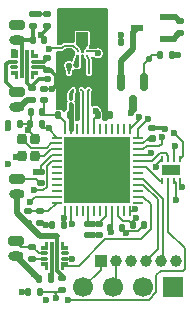
<source format=gbr>
%TF.GenerationSoftware,KiCad,Pcbnew,9.0.5*%
%TF.CreationDate,2025-12-10T00:09:47-08:00*%
%TF.ProjectId,camcontrol stm32,63616d63-6f6e-4747-926f-6c2073746d33,rev?*%
%TF.SameCoordinates,Original*%
%TF.FileFunction,Copper,L1,Top*%
%TF.FilePolarity,Positive*%
%FSLAX46Y46*%
G04 Gerber Fmt 4.6, Leading zero omitted, Abs format (unit mm)*
G04 Created by KiCad (PCBNEW 9.0.5) date 2025-12-10 00:09:47*
%MOMM*%
%LPD*%
G01*
G04 APERTURE LIST*
G04 Aperture macros list*
%AMRoundRect*
0 Rectangle with rounded corners*
0 $1 Rounding radius*
0 $2 $3 $4 $5 $6 $7 $8 $9 X,Y pos of 4 corners*
0 Add a 4 corners polygon primitive as box body*
4,1,4,$2,$3,$4,$5,$6,$7,$8,$9,$2,$3,0*
0 Add four circle primitives for the rounded corners*
1,1,$1+$1,$2,$3*
1,1,$1+$1,$4,$5*
1,1,$1+$1,$6,$7*
1,1,$1+$1,$8,$9*
0 Add four rect primitives between the rounded corners*
20,1,$1+$1,$2,$3,$4,$5,0*
20,1,$1+$1,$4,$5,$6,$7,0*
20,1,$1+$1,$6,$7,$8,$9,0*
20,1,$1+$1,$8,$9,$2,$3,0*%
%AMFreePoly0*
4,1,32,0.425200,0.143648,0.443648,0.125200,0.450400,0.100000,0.450000,0.098769,0.450000,-0.098769,0.450400,-0.100000,0.443648,-0.125200,0.425200,-0.143648,0.400000,-0.150400,0.398769,-0.150000,0.100000,-0.150000,0.100000,-0.448769,0.100400,-0.450000,0.093648,-0.475200,0.075200,-0.493648,0.050000,-0.500400,0.048769,-0.500000,-0.098767,-0.500000,-0.099998,-0.500400,-0.125200,-0.493649,
-0.143649,-0.475200,-0.150400,-0.449998,-0.150000,-0.448767,-0.150000,0.098767,-0.150400,0.099998,-0.143649,0.125200,-0.125200,0.143649,-0.099998,0.150400,-0.098767,0.150000,0.398769,0.150000,0.400000,0.150400,0.425200,0.143648,0.425200,0.143648,$1*%
%AMFreePoly1*
4,1,32,0.075200,0.493648,0.093648,0.475200,0.100400,0.450000,0.100000,0.448769,0.100000,0.150000,0.398769,0.150000,0.400000,0.150400,0.425200,0.143648,0.443648,0.125200,0.450400,0.100000,0.450000,0.098769,0.450000,-0.098769,0.450400,-0.100000,0.443648,-0.125200,0.425200,-0.143648,0.400000,-0.150400,0.398769,-0.150000,-0.098767,-0.150000,-0.099998,-0.150400,-0.125200,-0.143649,
-0.143649,-0.125200,-0.150400,-0.099998,-0.150000,-0.098767,-0.150000,0.448767,-0.150400,0.449998,-0.143649,0.475200,-0.125200,0.493649,-0.099998,0.500400,-0.098767,0.500000,0.048769,0.500000,0.050000,0.500400,0.075200,0.493648,0.075200,0.493648,$1*%
%AMFreePoly2*
4,1,32,0.125200,0.493648,0.143648,0.475200,0.150400,0.450000,0.150000,0.448769,0.150000,-0.098769,0.150400,-0.100000,0.143648,-0.125200,0.125200,-0.143648,0.100000,-0.150400,0.098769,-0.150000,-0.398767,-0.150000,-0.399998,-0.150400,-0.425200,-0.143649,-0.443649,-0.125200,-0.450400,-0.099998,-0.450000,-0.098767,-0.450000,0.098767,-0.450400,0.099998,-0.443649,0.125200,-0.425200,0.143649,
-0.399998,0.150400,-0.398767,0.150000,-0.100000,0.150000,-0.100000,0.448767,-0.100400,0.449998,-0.093649,0.475200,-0.075200,0.493649,-0.049998,0.500400,-0.048767,0.500000,0.098769,0.500000,0.100000,0.500400,0.125200,0.493648,0.125200,0.493648,$1*%
%AMFreePoly3*
4,1,32,0.125200,0.143648,0.143648,0.125200,0.150400,0.100000,0.150000,0.098769,0.150000,-0.448769,0.150400,-0.450000,0.143648,-0.475200,0.125200,-0.493648,0.100000,-0.500400,0.098769,-0.500000,-0.048767,-0.500000,-0.049998,-0.500400,-0.075200,-0.493649,-0.093649,-0.475200,-0.100400,-0.449998,-0.100000,-0.448767,-0.100000,-0.150000,-0.398767,-0.150000,-0.399998,-0.150400,-0.425200,-0.143649,
-0.443649,-0.125200,-0.450400,-0.099998,-0.450000,-0.098767,-0.450000,0.098767,-0.450400,0.099998,-0.443649,0.125200,-0.425200,0.143649,-0.399998,0.150400,-0.398767,0.150000,0.098769,0.150000,0.100000,0.150400,0.125200,0.143648,0.125200,0.143648,$1*%
G04 Aperture macros list end*
%TA.AperFunction,SMDPad,CuDef*%
%ADD10R,1.070000X0.600000*%
%TD*%
%TA.AperFunction,SMDPad,CuDef*%
%ADD11RoundRect,0.140000X-0.170000X0.140000X-0.170000X-0.140000X0.170000X-0.140000X0.170000X0.140000X0*%
%TD*%
%TA.AperFunction,SMDPad,CuDef*%
%ADD12RoundRect,0.135000X-0.185000X0.135000X-0.185000X-0.135000X0.185000X-0.135000X0.185000X0.135000X0*%
%TD*%
%TA.AperFunction,SMDPad,CuDef*%
%ADD13RoundRect,0.125000X-0.125000X-0.125000X0.125000X-0.125000X0.125000X0.125000X-0.125000X0.125000X0*%
%TD*%
%TA.AperFunction,SMDPad,CuDef*%
%ADD14RoundRect,0.100000X0.130000X0.100000X-0.130000X0.100000X-0.130000X-0.100000X0.130000X-0.100000X0*%
%TD*%
%TA.AperFunction,SMDPad,CuDef*%
%ADD15C,0.200000*%
%TD*%
%TA.AperFunction,SMDPad,CuDef*%
%ADD16RoundRect,0.140000X0.170000X-0.140000X0.170000X0.140000X-0.170000X0.140000X-0.170000X-0.140000X0*%
%TD*%
%TA.AperFunction,SMDPad,CuDef*%
%ADD17FreePoly0,0.000000*%
%TD*%
%TA.AperFunction,SMDPad,CuDef*%
%ADD18RoundRect,0.037500X0.262500X0.087500X-0.262500X0.087500X-0.262500X-0.087500X0.262500X-0.087500X0*%
%TD*%
%TA.AperFunction,SMDPad,CuDef*%
%ADD19FreePoly1,0.000000*%
%TD*%
%TA.AperFunction,SMDPad,CuDef*%
%ADD20RoundRect,0.045000X0.105000X1.155000X-0.105000X1.155000X-0.105000X-1.155000X0.105000X-1.155000X0*%
%TD*%
%TA.AperFunction,SMDPad,CuDef*%
%ADD21FreePoly2,0.000000*%
%TD*%
%TA.AperFunction,SMDPad,CuDef*%
%ADD22FreePoly3,0.000000*%
%TD*%
%TA.AperFunction,SMDPad,CuDef*%
%ADD23RoundRect,0.140000X-0.140000X-0.170000X0.140000X-0.170000X0.140000X0.170000X-0.140000X0.170000X0*%
%TD*%
%TA.AperFunction,SMDPad,CuDef*%
%ADD24FreePoly0,180.000000*%
%TD*%
%TA.AperFunction,SMDPad,CuDef*%
%ADD25RoundRect,0.037500X-0.262500X-0.087500X0.262500X-0.087500X0.262500X0.087500X-0.262500X0.087500X0*%
%TD*%
%TA.AperFunction,SMDPad,CuDef*%
%ADD26FreePoly1,180.000000*%
%TD*%
%TA.AperFunction,SMDPad,CuDef*%
%ADD27RoundRect,0.045000X-0.105000X-1.155000X0.105000X-1.155000X0.105000X1.155000X-0.105000X1.155000X0*%
%TD*%
%TA.AperFunction,SMDPad,CuDef*%
%ADD28FreePoly2,180.000000*%
%TD*%
%TA.AperFunction,SMDPad,CuDef*%
%ADD29FreePoly3,180.000000*%
%TD*%
%TA.AperFunction,SMDPad,CuDef*%
%ADD30RoundRect,0.135000X-0.135000X-0.185000X0.135000X-0.185000X0.135000X0.185000X-0.135000X0.185000X0*%
%TD*%
%TA.AperFunction,SMDPad,CuDef*%
%ADD31RoundRect,0.135000X0.135000X0.185000X-0.135000X0.185000X-0.135000X-0.185000X0.135000X-0.185000X0*%
%TD*%
%TA.AperFunction,SMDPad,CuDef*%
%ADD32RoundRect,0.140000X0.140000X0.170000X-0.140000X0.170000X-0.140000X-0.170000X0.140000X-0.170000X0*%
%TD*%
%TA.AperFunction,SMDPad,CuDef*%
%ADD33RoundRect,0.062500X0.062500X-0.187500X0.062500X0.187500X-0.062500X0.187500X-0.062500X-0.187500X0*%
%TD*%
%TA.AperFunction,SMDPad,CuDef*%
%ADD34R,1.600000X0.900000*%
%TD*%
%TA.AperFunction,SMDPad,CuDef*%
%ADD35RoundRect,0.135000X0.185000X-0.135000X0.185000X0.135000X-0.185000X0.135000X-0.185000X-0.135000X0*%
%TD*%
%TA.AperFunction,SMDPad,CuDef*%
%ADD36RoundRect,0.062500X0.375000X0.062500X-0.375000X0.062500X-0.375000X-0.062500X0.375000X-0.062500X0*%
%TD*%
%TA.AperFunction,SMDPad,CuDef*%
%ADD37RoundRect,0.062500X0.062500X0.375000X-0.062500X0.375000X-0.062500X-0.375000X0.062500X-0.375000X0*%
%TD*%
%TA.AperFunction,HeatsinkPad*%
%ADD38R,5.600000X5.600000*%
%TD*%
%TA.AperFunction,SMDPad,CuDef*%
%ADD39RoundRect,0.200000X0.200000X-0.250000X0.200000X0.250000X-0.200000X0.250000X-0.200000X-0.250000X0*%
%TD*%
%TA.AperFunction,SMDPad,CuDef*%
%ADD40R,1.000000X1.050000*%
%TD*%
%TA.AperFunction,SMDPad,CuDef*%
%ADD41R,1.050000X2.200000*%
%TD*%
%TA.AperFunction,SMDPad,CuDef*%
%ADD42RoundRect,0.147500X-0.147500X-0.172500X0.147500X-0.172500X0.147500X0.172500X-0.147500X0.172500X0*%
%TD*%
%TA.AperFunction,SMDPad,CuDef*%
%ADD43RoundRect,0.062500X0.062500X-0.062500X0.062500X0.062500X-0.062500X0.062500X-0.062500X-0.062500X0*%
%TD*%
%TA.AperFunction,SMDPad,CuDef*%
%ADD44RoundRect,0.150000X-0.150000X0.587500X-0.150000X-0.587500X0.150000X-0.587500X0.150000X0.587500X0*%
%TD*%
%TA.AperFunction,SMDPad,CuDef*%
%ADD45RoundRect,0.100000X-0.100000X0.130000X-0.100000X-0.130000X0.100000X-0.130000X0.100000X0.130000X0*%
%TD*%
%TA.AperFunction,ComponentPad*%
%ADD46R,1.000000X1.000000*%
%TD*%
%TA.AperFunction,ComponentPad*%
%ADD47C,1.000000*%
%TD*%
%TA.AperFunction,ComponentPad*%
%ADD48RoundRect,0.200000X-0.450000X0.200000X-0.450000X-0.200000X0.450000X-0.200000X0.450000X0.200000X0*%
%TD*%
%TA.AperFunction,ComponentPad*%
%ADD49O,1.300000X0.800000*%
%TD*%
%TA.AperFunction,ComponentPad*%
%ADD50R,1.700000X1.700000*%
%TD*%
%TA.AperFunction,ComponentPad*%
%ADD51C,1.700000*%
%TD*%
%TA.AperFunction,ViaPad*%
%ADD52C,0.600000*%
%TD*%
%TA.AperFunction,Conductor*%
%ADD53C,0.200000*%
%TD*%
%TA.AperFunction,Conductor*%
%ADD54C,0.300000*%
%TD*%
%TA.AperFunction,Conductor*%
%ADD55C,0.500000*%
%TD*%
%TA.AperFunction,Conductor*%
%ADD56C,0.400000*%
%TD*%
G04 APERTURE END LIST*
D10*
%TO.P,U4,1,GND*%
%TO.N,GND*%
X13866400Y-2794000D03*
%TO.P,U4,2,Vout*%
%TO.N,+3V3*%
X13866400Y-894000D03*
%TO.P,U4,3,Vin*%
%TO.N,Net-(D3-K)*%
X11386400Y-1844000D03*
%TD*%
D11*
%TO.P,C6,1*%
%TO.N,+3V3*%
X15060200Y-1298000D03*
%TO.P,C6,2*%
%TO.N,GND*%
X15060200Y-2258000D03*
%TD*%
D12*
%TO.P,R3,1*%
%TO.N,/PWR B SENS*%
X2540000Y-6957600D03*
%TO.P,R3,2*%
%TO.N,/PWR B*%
X2540000Y-7977600D03*
%TD*%
D13*
%TO.P,D3,1,K*%
%TO.N,Net-(D3-K)*%
X10218600Y-4495800D03*
%TO.P,D3,2,A*%
%TO.N,Net-(D3-A)*%
X12418600Y-4495800D03*
%TD*%
D14*
%TO.P,C2,1*%
%TO.N,Net-(U1-RF2)*%
X6282800Y-5027900D03*
%TO.P,C2,2*%
%TO.N,Net-(U2-RFO_out)*%
X5642800Y-5027900D03*
%TD*%
D15*
%TO.P,U2,A1,RFO_in*%
%TO.N,Net-(U2-RFO_in)*%
X6006800Y-7082800D03*
%TO.P,U2,A2,RFI_N_out*%
%TO.N,Net-(U2-RFI_N_out)*%
X6716800Y-7082800D03*
%TO.P,U2,A3,RFI_P_out*%
%TO.N,Net-(U2-RFI_P_out)*%
X7346800Y-7082800D03*
%TO.P,U2,B1,GND2*%
%TO.N,GND*%
X5666800Y-6312800D03*
%TO.P,U2,B2,GND3*%
X6506800Y-6392800D03*
%TO.P,U2,C1,RFO_out*%
%TO.N,Net-(U2-RFO_out)*%
X5666800Y-5702800D03*
%TO.P,U2,C2,GND1*%
%TO.N,GND*%
X6506800Y-5702800D03*
%TO.P,U2,C3,RFI_in*%
%TO.N,Net-(U1-RF1)*%
X7346800Y-5702800D03*
%TD*%
D16*
%TO.P,C13,1*%
%TO.N,+3V3*%
X12673200Y-11270200D03*
%TO.P,C13,2*%
%TO.N,GND*%
X12673200Y-10310200D03*
%TD*%
D11*
%TO.P,C9,1*%
%TO.N,+3V3*%
X7237600Y-18463600D03*
%TO.P,C9,2*%
%TO.N,GND*%
X7237600Y-19423600D03*
%TD*%
D17*
%TO.P,U5,1,EN/UVLO*%
%TO.N,/PRWA EN*%
X5183000Y-21869400D03*
D18*
%TO.P,U5,2,OLVO*%
%TO.N,GND*%
X5333000Y-21394400D03*
%TO.P,U5,3,AUXOFF*%
%TO.N,unconnected-(U5-AUXOFF-Pad3)*%
X5333000Y-20944400D03*
D19*
%TO.P,U5,4,~{FLT}*%
%TO.N,unconnected-(U5-~{FLT}-Pad4)*%
X5183000Y-20469400D03*
D20*
%TO.P,U5,5,IN*%
%TO.N,+12VA*%
X4683000Y-21169400D03*
%TO.P,U5,6,OUT*%
%TO.N,/PWR A SENS*%
X4183000Y-21169400D03*
D21*
%TO.P,U5,7,DVDT*%
%TO.N,unconnected-(U5-DVDT-Pad7)*%
X3683000Y-20469400D03*
D18*
%TO.P,U5,8,GND*%
%TO.N,GND*%
X3533000Y-20944400D03*
%TO.P,U5,9,ILM*%
%TO.N,Net-(U5-ILM)*%
X3533000Y-21394400D03*
D22*
%TO.P,U5,10,ITIMER*%
%TO.N,unconnected-(U5-ITIMER-Pad10)*%
X3683000Y-21869400D03*
%TD*%
D23*
%TO.P,C12,1*%
%TO.N,+12V*%
X2596000Y-2895600D03*
%TO.P,C12,2*%
%TO.N,GND*%
X3556000Y-2895600D03*
%TD*%
D24*
%TO.P,U6,1,EN/UVLO*%
%TO.N,/PWRB EN*%
X1144000Y-4249400D03*
D25*
%TO.P,U6,2,OLVO*%
%TO.N,GND*%
X994000Y-4724400D03*
%TO.P,U6,3,AUXOFF*%
%TO.N,unconnected-(U6-AUXOFF-Pad3)*%
X994000Y-5174400D03*
D26*
%TO.P,U6,4,~{FLT}*%
%TO.N,unconnected-(U6-~{FLT}-Pad4)*%
X1144000Y-5649400D03*
D27*
%TO.P,U6,5,IN*%
%TO.N,+12V*%
X1644000Y-4949400D03*
%TO.P,U6,6,OUT*%
%TO.N,/PWR B SENS*%
X2144000Y-4949400D03*
D28*
%TO.P,U6,7,DVDT*%
%TO.N,unconnected-(U6-DVDT-Pad7)*%
X2644000Y-5649400D03*
D25*
%TO.P,U6,8,GND*%
%TO.N,GND*%
X2794000Y-5174400D03*
%TO.P,U6,9,ILM*%
%TO.N,Net-(U6-ILM)*%
X2794000Y-4724400D03*
D29*
%TO.P,U6,10,ITIMER*%
%TO.N,unconnected-(U6-ITIMER-Pad10)*%
X2644000Y-4249400D03*
%TD*%
D30*
%TO.P,R10,1*%
%TO.N,Net-(D3-A)*%
X13381800Y-4191000D03*
%TO.P,R10,2*%
%TO.N,GND*%
X14401800Y-4191000D03*
%TD*%
D31*
%TO.P,R4,1*%
%TO.N,GND*%
X9095200Y-9271000D03*
%TO.P,R4,2*%
%TO.N,/BOOTSEL*%
X8075200Y-9271000D03*
%TD*%
D32*
%TO.P,C8,1*%
%TO.N,+3V3*%
X5203000Y-18511800D03*
%TO.P,C8,2*%
%TO.N,GND*%
X4243000Y-18511800D03*
%TD*%
D33*
%TO.P,U7,1,OUT1*%
%TO.N,/CURRENT SENSE A*%
X13563600Y-14854000D03*
%TO.P,U7,2,IN-1*%
%TO.N,/PWR A*%
X14063600Y-14854000D03*
%TO.P,U7,3,IN+1*%
%TO.N,/PWR A SENS*%
X14563600Y-14854000D03*
%TO.P,U7,4,GND*%
%TO.N,GND*%
X15063600Y-14854000D03*
%TO.P,U7,5,IN+2*%
%TO.N,/PWR B SENS*%
X15063600Y-12954000D03*
%TO.P,U7,6,IN-2*%
%TO.N,/PWR B*%
X14563600Y-12954000D03*
%TO.P,U7,7,OUT2*%
%TO.N,/CURRENT SENSE B*%
X14063600Y-12954000D03*
%TO.P,U7,8,VS*%
%TO.N,+3V3*%
X13563600Y-12954000D03*
D34*
%TO.P,U7,9*%
%TO.N,N/C*%
X14313600Y-13904000D03*
%TD*%
D30*
%TO.P,R1,1*%
%TO.N,Net-(D1-K)*%
X2207800Y-24180800D03*
%TO.P,R1,2*%
%TO.N,GND*%
X3227800Y-24180800D03*
%TD*%
D11*
%TO.P,C4,1*%
%TO.N,GND*%
X3566800Y-7002800D03*
%TO.P,C4,2*%
%TO.N,/VR_PA*%
X3566800Y-7962800D03*
%TD*%
D35*
%TO.P,R6,1*%
%TO.N,Net-(U5-ILM)*%
X2514600Y-21388800D03*
%TO.P,R6,2*%
%TO.N,GND*%
X2514600Y-20368800D03*
%TD*%
D32*
%TO.P,C5,1*%
%TO.N,Net-(D3-K)*%
X11044400Y-3048000D03*
%TO.P,C5,2*%
%TO.N,GND*%
X10084400Y-3048000D03*
%TD*%
D36*
%TO.P,U3,1,PB3*%
%TO.N,unconnected-(U3-PB3-Pad1)*%
X11496400Y-16645800D03*
%TO.P,U3,2,PB4*%
%TO.N,/PRWA EN*%
X11496400Y-16145800D03*
%TO.P,U3,3,PB5*%
%TO.N,unconnected-(U3-PB5-Pad3)*%
X11496400Y-15645800D03*
%TO.P,U3,4,PB6*%
%TO.N,/CAM2 RX*%
X11496400Y-15145800D03*
%TO.P,U3,5,PB7*%
%TO.N,/CAM2 TX*%
X11496400Y-14645800D03*
%TO.P,U3,6,PB8*%
%TO.N,unconnected-(U3-PB8-Pad6)*%
X11496400Y-14145800D03*
%TO.P,U3,7,PA0*%
%TO.N,/CURRENT SENSE A*%
X11496400Y-13645800D03*
%TO.P,U3,8,PA1*%
%TO.N,/CURRENT SENSE B*%
X11496400Y-13145800D03*
%TO.P,U3,9,PA2*%
%TO.N,/CAM1 RX*%
X11496400Y-12645800D03*
%TO.P,U3,10,PA3*%
%TO.N,/CAM1 TX*%
X11496400Y-12145800D03*
%TO.P,U3,11,VDD*%
%TO.N,+3V3*%
X11496400Y-11645800D03*
%TO.P,U3,12,PA4*%
%TO.N,/BATT SENSE B*%
X11496400Y-11145800D03*
D37*
%TO.P,U3,13,PA5*%
%TO.N,/PWRB EN*%
X10808900Y-10458300D03*
%TO.P,U3,14,PA6*%
%TO.N,unconnected-(U3-PA6-Pad14)*%
X10308900Y-10458300D03*
%TO.P,U3,15,PA7*%
%TO.N,unconnected-(U3-PA7-Pad15)*%
X9808900Y-10458300D03*
%TO.P,U3,16,PA8*%
%TO.N,unconnected-(U3-PA8-Pad16)*%
X9308900Y-10458300D03*
%TO.P,U3,17,PA9*%
%TO.N,unconnected-(U3-PA9-Pad17)*%
X8808900Y-10458300D03*
%TO.P,U3,18,NRST*%
%TO.N,unconnected-(U3-NRST-Pad18)*%
X8308900Y-10458300D03*
%TO.P,U3,19,PH3*%
%TO.N,/BOOTSEL*%
X7808900Y-10458300D03*
%TO.P,U3,20,RFI_P*%
%TO.N,Net-(U2-RFI_P_out)*%
X7308900Y-10458300D03*
%TO.P,U3,21,RFI_N*%
%TO.N,Net-(U2-RFI_N_out)*%
X6808900Y-10458300D03*
%TO.P,U3,22,RFO_LP*%
%TO.N,unconnected-(U3-RFO_LP-Pad22)*%
X6308900Y-10458300D03*
%TO.P,U3,23,RFO_HP*%
%TO.N,Net-(U3-RFO_HP)*%
X5808900Y-10458300D03*
%TO.P,U3,24,VR_PA*%
%TO.N,/VR_PA*%
X5308900Y-10458300D03*
D36*
%TO.P,U3,25,VDDPA*%
%TO.N,+3V3*%
X4621400Y-11145800D03*
%TO.P,U3,26,OSC_IN*%
%TO.N,/OSC_IN*%
X4621400Y-11645800D03*
%TO.P,U3,27,OSC_OUT*%
%TO.N,/OSC_OUT*%
X4621400Y-12145800D03*
%TO.P,U3,28,VDDRF*%
%TO.N,+3V3*%
X4621400Y-12645800D03*
%TO.P,U3,29,VDDRF1V55*%
%TO.N,/VFBSMPS*%
X4621400Y-13145800D03*
%TO.P,U3,30,PB0*%
%TO.N,unconnected-(U3-PB0-Pad30)*%
X4621400Y-13645800D03*
%TO.P,U3,31,PB2*%
%TO.N,unconnected-(U3-PB2-Pad31)*%
X4621400Y-14145800D03*
%TO.P,U3,32,PB12*%
%TO.N,unconnected-(U3-PB12-Pad32)*%
X4621400Y-14645800D03*
%TO.P,U3,33,PA10*%
%TO.N,unconnected-(U3-PA10-Pad33)*%
X4621400Y-15145800D03*
%TO.P,U3,34,PA11*%
%TO.N,unconnected-(U3-PA11-Pad34)*%
X4621400Y-15645800D03*
%TO.P,U3,35,PA12*%
%TO.N,/LED INDICATION*%
X4621400Y-16145800D03*
%TO.P,U3,36,PA13*%
%TO.N,/BATT SENSE A*%
X4621400Y-16645800D03*
D37*
%TO.P,U3,37,VBAT*%
%TO.N,+3V3*%
X5308900Y-17333300D03*
%TO.P,U3,38,PC13*%
%TO.N,/RF CTRL*%
X5808900Y-17333300D03*
%TO.P,U3,39,PC14*%
%TO.N,unconnected-(U3-PC14-Pad39)*%
X6308900Y-17333300D03*
%TO.P,U3,40,PC15*%
%TO.N,unconnected-(U3-PC15-Pad40)*%
X6808900Y-17333300D03*
%TO.P,U3,41,VDDA*%
%TO.N,+3V3*%
X7308900Y-17333300D03*
%TO.P,U3,42,PA14*%
%TO.N,unconnected-(U3-PA14-Pad42)*%
X7808900Y-17333300D03*
%TO.P,U3,43,PA15*%
%TO.N,unconnected-(U3-PA15-Pad43)*%
X8308900Y-17333300D03*
%TO.P,U3,44,VDD*%
%TO.N,+3V3*%
X8808900Y-17333300D03*
%TO.P,U3,45,VFBSMPS*%
%TO.N,/VFBSMPS*%
X9308900Y-17333300D03*
%TO.P,U3,46,VDDSMPS*%
%TO.N,+3V3*%
X9808900Y-17333300D03*
%TO.P,U3,47,VLXSMPS*%
%TO.N,unconnected-(U3-VLXSMPS-Pad47)*%
X10308900Y-17333300D03*
%TO.P,U3,48,VSSSMPS*%
%TO.N,GND*%
X10808900Y-17333300D03*
D38*
%TO.P,U3,49,VSS*%
X8058900Y-13895800D03*
%TD*%
D30*
%TO.P,R7,1*%
%TO.N,Net-(D2-K)*%
X531400Y-9956800D03*
%TO.P,R7,2*%
%TO.N,GND*%
X1551400Y-9956800D03*
%TD*%
D12*
%TO.P,R9,1*%
%TO.N,/BATT SENSE A*%
X3175000Y-17348200D03*
%TO.P,R9,2*%
%TO.N,GND*%
X3175000Y-18368200D03*
%TD*%
%TO.P,R2,1*%
%TO.N,Net-(U6-ILM)*%
X3810000Y-4417600D03*
%TO.P,R2,2*%
%TO.N,GND*%
X3810000Y-5437600D03*
%TD*%
D23*
%TO.P,C7,1*%
%TO.N,GND*%
X2415600Y-9017000D03*
%TO.P,C7,2*%
%TO.N,/VR_PA*%
X3375600Y-9017000D03*
%TD*%
D12*
%TO.P,R24,1*%
%TO.N,/BATT SENSE B*%
X3759200Y-709200D03*
%TO.P,R24,2*%
%TO.N,GND*%
X3759200Y-1729200D03*
%TD*%
D35*
%TO.P,R8,1*%
%TO.N,+12VA*%
X2184400Y-18368200D03*
%TO.P,R8,2*%
%TO.N,/BATT SENSE A*%
X2184400Y-17348200D03*
%TD*%
D23*
%TO.P,C18,1*%
%TO.N,/VFBSMPS*%
X9170600Y-18765800D03*
%TO.P,C18,2*%
%TO.N,GND*%
X10130600Y-18765800D03*
%TD*%
D11*
%TO.P,C11,1*%
%TO.N,+3V3*%
X3251200Y-14023400D03*
%TO.P,C11,2*%
%TO.N,GND*%
X3251200Y-14983400D03*
%TD*%
D23*
%TO.P,C14,1*%
%TO.N,+3V3*%
X11050200Y-18511800D03*
%TO.P,C14,2*%
%TO.N,GND*%
X12010200Y-18511800D03*
%TD*%
D39*
%TO.P,Y1,1,1*%
%TO.N,/OSC_OUT*%
X2818000Y-12698200D03*
%TO.P,Y1,2,2*%
%TO.N,GND*%
X2818000Y-11298200D03*
%TO.P,Y1,3,3*%
%TO.N,/OSC_IN*%
X1718000Y-11298200D03*
%TO.P,Y1,4,4*%
%TO.N,GND*%
X1718000Y-12698200D03*
%TD*%
D40*
%TO.P,AE1,1,A*%
%TO.N,Net-(AE1-A)*%
X6766800Y-2742800D03*
D41*
%TO.P,AE1,2,Shield*%
%TO.N,GND*%
X8266800Y-1242800D03*
X5266800Y-1242800D03*
%TD*%
D11*
%TO.P,C10,1*%
%TO.N,+3V3*%
X8228200Y-18463600D03*
%TO.P,C10,2*%
%TO.N,GND*%
X8228200Y-19423600D03*
%TD*%
D35*
%TO.P,R23,1*%
%TO.N,+12V*%
X2641600Y-1729200D03*
%TO.P,R23,2*%
%TO.N,/BATT SENSE B*%
X2641600Y-709200D03*
%TD*%
D42*
%TO.P,L1,1*%
%TO.N,/VR_PA*%
X4751800Y-9252800D03*
%TO.P,L1,2*%
%TO.N,Net-(U3-RFO_HP)*%
X5721800Y-9252800D03*
%TD*%
D43*
%TO.P,U1,1,RF2*%
%TO.N,Net-(U1-RF2)*%
X6392800Y-4247900D03*
%TO.P,U1,2,GND*%
%TO.N,GND*%
X6792800Y-4247900D03*
%TO.P,U1,3,RF1*%
%TO.N,Net-(U1-RF1)*%
X7192800Y-4247900D03*
%TO.P,U1,4,VDD*%
%TO.N,+3V3*%
X7192800Y-3847900D03*
%TO.P,U1,5,RFIN*%
%TO.N,Net-(AE1-A)*%
X6792800Y-3847900D03*
%TO.P,U1,6,CTRL*%
%TO.N,/RF CTRL*%
X6392800Y-3847900D03*
%TD*%
D11*
%TO.P,C1,1*%
%TO.N,+12VA*%
X5054600Y-23065800D03*
%TO.P,C1,2*%
%TO.N,GND*%
X5054600Y-24025800D03*
%TD*%
D31*
%TO.P,R5,1*%
%TO.N,/PWR A SENS*%
X4167600Y-23114000D03*
%TO.P,R5,2*%
%TO.N,/PWR A*%
X3147600Y-23114000D03*
%TD*%
D44*
%TO.P,Q1,1,G*%
%TO.N,Net-(D3-A)*%
X11986800Y-6451600D03*
%TO.P,Q1,2,S*%
%TO.N,Net-(D3-K)*%
X10086800Y-6451600D03*
%TO.P,Q1,3,D*%
%TO.N,Net-(JP1-C)*%
X11036800Y-8326600D03*
%TD*%
D45*
%TO.P,C3,1*%
%TO.N,Net-(U2-RFO_in)*%
X5816800Y-7752800D03*
%TO.P,C3,2*%
%TO.N,Net-(U3-RFO_HP)*%
X5816800Y-8392800D03*
%TD*%
D32*
%TO.P,C22,1*%
%TO.N,+3V3*%
X3350200Y-10007600D03*
%TO.P,C22,2*%
%TO.N,GND*%
X2390200Y-10007600D03*
%TD*%
D46*
%TO.P,J5,1,Pin_1*%
%TO.N,/CAM1 RX*%
X8331200Y-21590000D03*
D47*
%TO.P,J5,2,Pin_2*%
%TO.N,/CAM1 TX*%
X9601200Y-21590000D03*
%TO.P,J5,3,Pin_3*%
%TO.N,GND*%
X10871200Y-21590000D03*
%TO.P,J5,4,Pin_4*%
%TO.N,/CAM2 RX*%
X12141200Y-21590000D03*
%TO.P,J5,5,Pin_5*%
%TO.N,/CAM2 TX*%
X13411200Y-21590000D03*
%TO.P,J5,6,Pin_6*%
%TO.N,GND*%
X14681200Y-21590000D03*
%TD*%
D48*
%TO.P,J3,1,Pin_1*%
%TO.N,GND*%
X1270000Y-7284400D03*
D49*
%TO.P,J3,2,Pin_2*%
%TO.N,/PWR B*%
X1270000Y-8534400D03*
%TD*%
D48*
%TO.P,J1,1,Pin_1*%
%TO.N,GND*%
X1297200Y-1635600D03*
D49*
%TO.P,J1,2,Pin_2*%
%TO.N,+12V*%
X1297200Y-2885600D03*
%TD*%
D48*
%TO.P,J7,1,Pin_1*%
%TO.N,GND*%
X1170200Y-19923600D03*
D49*
%TO.P,J7,2,Pin_2*%
%TO.N,/PWR A*%
X1170200Y-21173600D03*
%TD*%
D48*
%TO.P,J4,1,Pin_1*%
%TO.N,GND*%
X1244600Y-14630400D03*
D49*
%TO.P,J4,2,Pin_2*%
%TO.N,+12VA*%
X1244600Y-15880400D03*
%TD*%
D50*
%TO.P,J2,1,Pin_1*%
%TO.N,GND*%
X14478000Y-23799800D03*
D51*
%TO.P,J2,2,Pin_2*%
%TO.N,+3V3*%
X11938000Y-23799800D03*
%TO.P,J2,3,Pin_3*%
%TO.N,/CAM1 TX*%
X9398000Y-23799800D03*
%TO.P,J2,4,Pin_4*%
%TO.N,/CAM1 RX*%
X6858000Y-23799800D03*
%TD*%
D52*
%TO.N,+3V3*%
X8077200Y-4013200D03*
%TO.N,GND*%
X4222636Y-7059804D03*
X7416800Y-812800D03*
X8686800Y-2082800D03*
X3733800Y-18511800D03*
X4876800Y-7162800D03*
X4876800Y-5892800D03*
X8686800Y-5892800D03*
X8051800Y-7797800D03*
X1193800Y-12750800D03*
X11226800Y-17200800D03*
X8051800Y-2717800D03*
X8686800Y-7162800D03*
X8686800Y-4622800D03*
X7670800Y-19423600D03*
X8686800Y-3352800D03*
X10462558Y-19209696D03*
X2187316Y-10472555D03*
X5511800Y-2717800D03*
X14909800Y-4114800D03*
X5511800Y-3987800D03*
X4557497Y-24738707D03*
X5896032Y-21390750D03*
X15213600Y-15341600D03*
X8266800Y-1242800D03*
X10083800Y-2463800D03*
X14524200Y-2794000D03*
X8051800Y-6527800D03*
X4876800Y-8432800D03*
X4876800Y-4622800D03*
X3268922Y-2445668D03*
X4876800Y-2082800D03*
X6781800Y-1447800D03*
X8051800Y-5257800D03*
X8686800Y-8432800D03*
X5266800Y-1242800D03*
X6146800Y-812800D03*
X7569200Y-11379200D03*
X13811055Y-10392965D03*
%TO.N,+3V3*%
X13045583Y-13619569D03*
X5266977Y-17925924D03*
X2844800Y-14020800D03*
X14656200Y-894000D03*
X12783306Y-11183770D03*
X11304521Y-17946430D03*
X3733800Y-24900000D03*
X7670800Y-18463600D03*
X3928351Y-10375111D03*
%TO.N,/VFBSMPS*%
X9218871Y-19111200D03*
X2691257Y-15608189D03*
%TO.N,Net-(D2-K)*%
X508000Y-10363200D03*
%TO.N,Net-(JP1-C)*%
X10911132Y-9083797D03*
%TO.N,/PWR B*%
X14630400Y-11836400D03*
%TO.N,/BOOTSEL*%
X7924800Y-8890000D03*
%TO.N,/PWR A*%
X2685600Y-22689000D03*
X5537200Y-24892000D03*
%TO.N,/LED INDICATION*%
X2387600Y-16560800D03*
%TO.N,/PWR A SENS*%
X4100326Y-22835235D03*
X14681200Y-16408400D03*
%TO.N,/PWRB EN*%
X11582400Y-9398000D03*
X1005600Y-3860800D03*
%TO.N,/CAM1 TX*%
X13514828Y-11113571D03*
%TO.N,/CAM1 RX*%
X12577454Y-12483770D03*
%TO.N,Net-(D1-K)*%
X1701800Y-24180800D03*
%TO.N,/PWR B SENS*%
X3911776Y-6146248D03*
X14579600Y-10769600D03*
%TO.N,/BATT SENSE B*%
X12377789Y-9533787D03*
X3098800Y-709200D03*
%TO.N,/RF CTRL*%
X4004249Y-3685509D03*
X5943600Y-18440400D03*
X508000Y-13411200D03*
%TD*%
D53*
%TO.N,+3V3*%
X7911900Y-3847900D02*
X8077200Y-4013200D01*
X7192800Y-3847900D02*
X7911900Y-3847900D01*
D54*
%TO.N,GND*%
X3546800Y-5174400D02*
X3810000Y-5437600D01*
X3759200Y-1729200D02*
X3759200Y-1955390D01*
D53*
X5892382Y-21394400D02*
X5896032Y-21390750D01*
X7237600Y-19423600D02*
X7670800Y-19423600D01*
D54*
X4129999Y-5437600D02*
X4222636Y-5530237D01*
D53*
X4368800Y-24180800D02*
X4557497Y-24369497D01*
X3090200Y-20944400D02*
X3533000Y-20944400D01*
D54*
X994000Y-4724400D02*
X584200Y-4724400D01*
D53*
X10972800Y-19052800D02*
X11469200Y-19052800D01*
X14401800Y-4191000D02*
X14833600Y-4191000D01*
X11469200Y-19052800D02*
X12010200Y-18511800D01*
X2415600Y-9017000D02*
X2415600Y-9982200D01*
X3227800Y-24180800D02*
X4368800Y-24180800D01*
D54*
X4222636Y-5530237D02*
X4222636Y-5603220D01*
X2794000Y-5174400D02*
X3546800Y-5174400D01*
D53*
X2898200Y-14630400D02*
X3251200Y-14983400D01*
X4899600Y-24180800D02*
X5054600Y-24025800D01*
X10619454Y-19052800D02*
X10462558Y-19209696D01*
D54*
X3810000Y-5437600D02*
X4129999Y-5437600D01*
D53*
X4243000Y-18511800D02*
X3318600Y-18511800D01*
D55*
X14818600Y-2499600D02*
X15060200Y-2258000D01*
D54*
X10084400Y-2464400D02*
X10083800Y-2463800D01*
X13728290Y-10310200D02*
X13811055Y-10392965D01*
X4527055Y-6755385D02*
X4222636Y-7059804D01*
D53*
X4557497Y-24369497D02*
X4557497Y-24738707D01*
X4368800Y-24180800D02*
X4899600Y-24180800D01*
X4165632Y-7002800D02*
X4222636Y-7059804D01*
X3556000Y-2732746D02*
X3268922Y-2445668D01*
D54*
X3759200Y-1955390D02*
X3268922Y-2445668D01*
D53*
X7670800Y-19423600D02*
X8228200Y-19423600D01*
D54*
X4527055Y-5907639D02*
X4527055Y-6755385D01*
X584200Y-4724400D02*
X351000Y-4957600D01*
D53*
X3556000Y-2895600D02*
X3556000Y-2732746D01*
X11094300Y-17333300D02*
X11226800Y-17200800D01*
X15063600Y-14854000D02*
X15063600Y-15191600D01*
X1718000Y-12698200D02*
X1246400Y-12698200D01*
X10972800Y-19052800D02*
X10619454Y-19052800D01*
X2415600Y-9982200D02*
X2390200Y-10007600D01*
X1244600Y-14630400D02*
X2898200Y-14630400D01*
X2514600Y-20368800D02*
X3090200Y-20944400D01*
X2339400Y-9956800D02*
X2390200Y-10007600D01*
X1551400Y-9956800D02*
X2339400Y-9956800D01*
X14833600Y-4191000D02*
X14909800Y-4114800D01*
X5333000Y-21394400D02*
X5892382Y-21394400D01*
D55*
X13866400Y-2794000D02*
X14524200Y-2794000D01*
D53*
X2514600Y-20368800D02*
X1615400Y-20368800D01*
X2818000Y-11103240D02*
X2187316Y-10472555D01*
X3318600Y-18511800D02*
X3175000Y-18368200D01*
D54*
X4222636Y-5603220D02*
X4527055Y-5907639D01*
D53*
X10808900Y-17333300D02*
X11094300Y-17333300D01*
X10417600Y-19052800D02*
X10972800Y-19052800D01*
X1246400Y-12698200D02*
X1193800Y-12750800D01*
X15063600Y-15191600D02*
X15213600Y-15341600D01*
X1615400Y-20368800D02*
X1170200Y-19923600D01*
D54*
X351000Y-6455200D02*
X1170200Y-7274400D01*
D53*
X3566800Y-7002800D02*
X4165632Y-7002800D01*
D54*
X351000Y-4957600D02*
X351000Y-6455200D01*
D55*
X14524200Y-2794000D02*
X14818600Y-2499600D01*
D54*
X12673200Y-10310200D02*
X13728290Y-10310200D01*
D53*
X10130600Y-18765800D02*
X10417600Y-19052800D01*
X2818000Y-11298200D02*
X2818000Y-11103240D01*
D54*
X10084400Y-3048000D02*
X10084400Y-2464400D01*
D53*
%TO.N,+3V3*%
X5308900Y-18405900D02*
X5203000Y-18511800D01*
X2847400Y-14023400D02*
X2844800Y-14020800D01*
X8116099Y-18463600D02*
X8808900Y-17770799D01*
X7308900Y-17333300D02*
X7308900Y-18392300D01*
X13045583Y-13472017D02*
X13045583Y-13619569D01*
X10249901Y-18211800D02*
X10750200Y-18211800D01*
X7670800Y-18463600D02*
X7237600Y-18463600D01*
X13563600Y-12954000D02*
X13045583Y-13472017D01*
X7670800Y-18463600D02*
X8116099Y-18463600D01*
X3251200Y-14023400D02*
X3251200Y-13578501D01*
X12759630Y-11183770D02*
X12783306Y-11183770D01*
X9808900Y-17770799D02*
X10249901Y-18211800D01*
X3251200Y-14023400D02*
X2847400Y-14023400D01*
X11050200Y-18511800D02*
X11050200Y-18200751D01*
D55*
X14656200Y-894000D02*
X15060200Y-1298000D01*
D53*
X5308900Y-17333300D02*
X5308900Y-18405900D01*
X9808900Y-17333300D02*
X9808900Y-17770799D01*
X11496400Y-11645800D02*
X11933899Y-11645800D01*
D55*
X13866400Y-894000D02*
X14656200Y-894000D01*
D53*
X3350200Y-10007600D02*
X3350200Y-10317599D01*
X8808900Y-17770799D02*
X8808900Y-17333300D01*
X12673200Y-11270200D02*
X12759630Y-11183770D01*
X3350200Y-10317599D02*
X3407712Y-10375111D01*
X11933899Y-11645800D02*
X12309499Y-11270200D01*
X3251200Y-13578501D02*
X4183901Y-12645800D01*
X3407712Y-10375111D02*
X3928351Y-10375111D01*
X11050200Y-18200751D02*
X11304521Y-17946430D01*
X4621400Y-11145800D02*
X3928351Y-10452751D01*
X4183901Y-12645800D02*
X4621400Y-12645800D01*
X10750200Y-18211800D02*
X11050200Y-18511800D01*
X12309499Y-11270200D02*
X12673200Y-11270200D01*
X3928351Y-10452751D02*
X3928351Y-10375111D01*
X7308900Y-18392300D02*
X7237600Y-18463600D01*
D55*
%TO.N,Net-(D3-K)*%
X10086800Y-6451600D02*
X10086800Y-4627600D01*
X10086800Y-4627600D02*
X10218600Y-4495800D01*
X11044400Y-3048000D02*
X11044400Y-2186000D01*
X10218600Y-4495800D02*
X11044400Y-3670000D01*
X11044400Y-3670000D02*
X11044400Y-3048000D01*
X11044400Y-2186000D02*
X11386400Y-1844000D01*
D54*
%TO.N,+12VA*%
X4683000Y-21169400D02*
X4683000Y-22439844D01*
X4683000Y-19542000D02*
X4622800Y-19481800D01*
D55*
X1244600Y-15880400D02*
X1244600Y-17533702D01*
D54*
X4683000Y-22439844D02*
X5054600Y-22811444D01*
X5054600Y-22811444D02*
X5054600Y-23065800D01*
D55*
X3192698Y-19481800D02*
X4622800Y-19481800D01*
D54*
X4683000Y-21169400D02*
X4683000Y-19542000D01*
D55*
X1244600Y-17533702D02*
X3192698Y-19481800D01*
D53*
%TO.N,/VFBSMPS*%
X9170600Y-18765800D02*
X9170600Y-19062929D01*
X3792200Y-15308600D02*
X3492611Y-15608189D01*
X3492611Y-15608189D02*
X2691257Y-15608189D01*
X4183901Y-13145800D02*
X3792200Y-13537501D01*
X9308900Y-17333300D02*
X9308900Y-18627500D01*
X9308900Y-18627500D02*
X9170600Y-18765800D01*
X4621400Y-13145800D02*
X4183901Y-13145800D01*
X3792200Y-13537501D02*
X3792200Y-15308600D01*
X9170600Y-19062929D02*
X9218871Y-19111200D01*
D54*
%TO.N,+12V*%
X2586000Y-2885600D02*
X2596000Y-2895600D01*
X2596000Y-1774800D02*
X2641600Y-1729200D01*
X1644000Y-3232400D02*
X1644000Y-4949400D01*
X1297200Y-2885600D02*
X2586000Y-2885600D01*
X2596000Y-2895600D02*
X2596000Y-1774800D01*
X1297200Y-2885600D02*
X1644000Y-3232400D01*
D56*
%TO.N,Net-(U3-RFO_HP)*%
X5816800Y-10458300D02*
X5816800Y-8392800D01*
D53*
%TO.N,/VR_PA*%
X3566800Y-7962800D02*
X3566800Y-8825800D01*
X3566800Y-8825800D02*
X3375600Y-9017000D01*
X4751800Y-9252800D02*
X3611400Y-9252800D01*
X5308900Y-10458300D02*
X5308900Y-9809900D01*
X3611400Y-9252800D02*
X3375600Y-9017000D01*
X5308900Y-9809900D02*
X4751800Y-9252800D01*
D55*
%TO.N,/PWR B*%
X2096426Y-7977600D02*
X2540000Y-7977600D01*
X1270000Y-8534400D02*
X1539626Y-8534400D01*
D53*
X14563600Y-11903200D02*
X14630400Y-11836400D01*
D55*
X1539626Y-8534400D02*
X2096426Y-7977600D01*
D53*
X14563600Y-12954000D02*
X14563600Y-11903200D01*
%TO.N,/BOOTSEL*%
X7808900Y-9537300D02*
X8075200Y-9271000D01*
X7808900Y-10458300D02*
X7808900Y-9537300D01*
%TO.N,Net-(U2-RFI_P_out)*%
X7308900Y-7120700D02*
X7346800Y-7082800D01*
X7308900Y-10458300D02*
X7308900Y-7120700D01*
D55*
%TO.N,/PWR A*%
X2685600Y-22689000D02*
X1170200Y-21173600D01*
X3110600Y-23114000D02*
X3147600Y-23114000D01*
X2685600Y-22689000D02*
X3110600Y-23114000D01*
D53*
X13049000Y-24259992D02*
X13049000Y-22815800D01*
X5556000Y-24910800D02*
X12398192Y-24910800D01*
X15442200Y-22302200D02*
X15442200Y-20523200D01*
X15290800Y-22453600D02*
X15442200Y-22302200D01*
X13049000Y-22815800D02*
X13411200Y-22453600D01*
X5537200Y-24892000D02*
X5556000Y-24910800D01*
X15442200Y-20523200D02*
X14063600Y-19144600D01*
X12398192Y-24910800D02*
X13049000Y-24259992D01*
X13411200Y-22453600D02*
X15290800Y-22453600D01*
X14063600Y-19144600D02*
X14063600Y-14854000D01*
D54*
%TO.N,Net-(U6-ILM)*%
X2794000Y-4724400D02*
X3503200Y-4724400D01*
X3503200Y-4724400D02*
X3810000Y-4417600D01*
D53*
%TO.N,/LED INDICATION*%
X4621400Y-16145800D02*
X2802600Y-16145800D01*
X2802600Y-16145800D02*
X2387600Y-16560800D01*
D54*
%TO.N,/PWR A SENS*%
X4183000Y-23098600D02*
X4167600Y-23114000D01*
X4183000Y-21169400D02*
X4183000Y-23098600D01*
D53*
X14681200Y-16408400D02*
X14681200Y-14971600D01*
X14681200Y-14971600D02*
X14563600Y-14854000D01*
%TO.N,Net-(U5-ILM)*%
X3533000Y-21394400D02*
X2520200Y-21394400D01*
X2520200Y-21394400D02*
X2514600Y-21388800D01*
%TO.N,Net-(U2-RFI_N_out)*%
X6808900Y-10458300D02*
X6808900Y-7174900D01*
X6808900Y-7174900D02*
X6716800Y-7082800D01*
%TO.N,/OSC_IN*%
X1718000Y-11298200D02*
X2408600Y-11988800D01*
X4167010Y-11645800D02*
X4621400Y-11645800D01*
X2408600Y-11988800D02*
X3824010Y-11988800D01*
X3824010Y-11988800D02*
X4167010Y-11645800D01*
%TO.N,/OSC_OUT*%
X4133700Y-12145800D02*
X4621400Y-12145800D01*
X3581300Y-12698200D02*
X4133700Y-12145800D01*
X2818000Y-12698200D02*
X3581300Y-12698200D01*
%TO.N,/PRWA EN*%
X6465954Y-22024400D02*
X8729154Y-19761200D01*
X12598400Y-16810301D02*
X11933899Y-16145800D01*
X5338000Y-22024400D02*
X6465954Y-22024400D01*
X12598400Y-18897600D02*
X12598400Y-16810301D01*
X11734800Y-19761200D02*
X12598400Y-18897600D01*
X11933899Y-16145800D02*
X11496400Y-16145800D01*
X8729154Y-19761200D02*
X11734800Y-19761200D01*
X5183000Y-21869400D02*
X5338000Y-22024400D01*
D54*
%TO.N,/PWRB EN*%
X1005600Y-4111000D02*
X1005600Y-3860800D01*
D53*
X11582400Y-9398000D02*
X11582400Y-9684800D01*
X11582400Y-9684800D02*
X10808900Y-10458300D01*
D54*
X1144000Y-4249400D02*
X1005600Y-4111000D01*
D53*
%TO.N,Net-(D3-A)*%
X11986800Y-6451600D02*
X11986800Y-4927600D01*
X12723400Y-4191000D02*
X12418600Y-4495800D01*
X13381800Y-4191000D02*
X12723400Y-4191000D01*
X11986800Y-4927600D02*
X12418600Y-4495800D01*
%TO.N,/CURRENT SENSE A*%
X12152575Y-13645800D02*
X11496400Y-13645800D01*
X13360775Y-14854000D02*
X12152575Y-13645800D01*
X13563600Y-14854000D02*
X13360775Y-14854000D01*
%TO.N,/CAM1 TX*%
X11933899Y-12145800D02*
X12221950Y-11857749D01*
X9601200Y-23596600D02*
X9398000Y-23799800D01*
X11496400Y-12145800D02*
X11933899Y-12145800D01*
X9601200Y-21590000D02*
X9601200Y-23596600D01*
X12221950Y-11857749D02*
X13319331Y-11857749D01*
X13514828Y-11662252D02*
X13514828Y-11113571D01*
X13319331Y-11857749D02*
X13514828Y-11662252D01*
%TO.N,/CAM1 RX*%
X12415424Y-12645800D02*
X12577454Y-12483770D01*
X6858000Y-23799800D02*
X8331200Y-22326600D01*
X11496400Y-12645800D02*
X12415424Y-12645800D01*
X8331200Y-22326600D02*
X8331200Y-21590000D01*
%TO.N,Net-(D1-K)*%
X2207800Y-24180800D02*
X1701800Y-24180800D01*
%TO.N,/CAM2 RX*%
X13157200Y-20574000D02*
X13157200Y-16369101D01*
X13157200Y-16369101D02*
X11933899Y-15145800D01*
X12141200Y-21590000D02*
X13157200Y-20574000D01*
X11933899Y-15145800D02*
X11496400Y-15145800D01*
%TO.N,/CAM2 TX*%
X11933899Y-14645800D02*
X13614400Y-16326301D01*
X13614400Y-21386800D02*
X13411200Y-21590000D01*
X11496400Y-14645800D02*
X11933899Y-14645800D01*
X13614400Y-16326301D02*
X13614400Y-21386800D01*
%TO.N,/CURRENT SENSE B*%
X14063600Y-12704001D02*
X14063600Y-12954000D01*
X13832599Y-12473000D02*
X14063600Y-12704001D01*
X11496400Y-13145800D02*
X12704996Y-13145800D01*
X12704996Y-13145800D02*
X13377796Y-12473000D01*
X13377796Y-12473000D02*
X13832599Y-12473000D01*
%TO.N,/PWR B SENS*%
X15341600Y-12676000D02*
X15341600Y-11531600D01*
X15063600Y-12954000D02*
X15341600Y-12676000D01*
D54*
X3155420Y-6194180D02*
X3647146Y-6194180D01*
X3692024Y-6239058D02*
X3785586Y-6239058D01*
X2466800Y-6882800D02*
X3155420Y-6194180D01*
X2144000Y-4949400D02*
X2144000Y-6560000D01*
X2144000Y-6560000D02*
X2466800Y-6882800D01*
X3785586Y-6239058D02*
X3878396Y-6146248D01*
D53*
X15341600Y-11531600D02*
X14579600Y-10769600D01*
D54*
X3878396Y-6146248D02*
X3911776Y-6146248D01*
X3647146Y-6194180D02*
X3692024Y-6239058D01*
D53*
%TO.N,/BATT SENSE A*%
X2184400Y-17348200D02*
X3919000Y-17348200D01*
X3919000Y-17348200D02*
X4621400Y-16645800D01*
%TO.N,/BATT SENSE B*%
X2641600Y-709200D02*
X3098800Y-709200D01*
X3098800Y-709200D02*
X3759200Y-709200D01*
X11496400Y-10415176D02*
X12377789Y-9533787D01*
X11496400Y-11145800D02*
X11496400Y-10415176D01*
%TO.N,Net-(U1-RF1)*%
X7205378Y-4260478D02*
X7192800Y-4247900D01*
X7346800Y-4601900D02*
X7346800Y-5702800D01*
X7205378Y-4260478D02*
G75*
G02*
X7346783Y-4601899I-341478J-341422D01*
G01*
%TO.N,/RF CTRL*%
X5808900Y-17333300D02*
X5808900Y-18305700D01*
X6392800Y-3847900D02*
X6392800Y-3722901D01*
X6022699Y-3352800D02*
X5257800Y-3352800D01*
X5054600Y-3556000D02*
X4133758Y-3556000D01*
X5808900Y-18305700D02*
X5943600Y-18440400D01*
X5257800Y-3352800D02*
X5054600Y-3556000D01*
X4133758Y-3556000D02*
X4004249Y-3685509D01*
X6392800Y-3722901D02*
X6022699Y-3352800D01*
%TD*%
%TA.AperFunction,Conductor*%
%TO.N,Net-(AE1-A)*%
G36*
X7209839Y-2242485D02*
G01*
X7255594Y-2295289D01*
X7266800Y-2346800D01*
X7266800Y-3233898D01*
X7254020Y-3288725D01*
X7130606Y-3539078D01*
X7083309Y-3590505D01*
X7065627Y-3597348D01*
X7066280Y-3598923D01*
X7054995Y-3603597D01*
X6991154Y-3646254D01*
X6948497Y-3710096D01*
X6948496Y-3710097D01*
X6937300Y-3766387D01*
X6937300Y-3848800D01*
X6934749Y-3857485D01*
X6936038Y-3866447D01*
X6925059Y-3890487D01*
X6917615Y-3915839D01*
X6910774Y-3921766D01*
X6907013Y-3930003D01*
X6884778Y-3944292D01*
X6864811Y-3961594D01*
X6854296Y-3963881D01*
X6848235Y-3967777D01*
X6813300Y-3972800D01*
X6772300Y-3972800D01*
X6705261Y-3953115D01*
X6659506Y-3900311D01*
X6648300Y-3848800D01*
X6648300Y-3766391D01*
X6648299Y-3766387D01*
X6637102Y-3710095D01*
X6634312Y-3703360D01*
X6628263Y-3691807D01*
X6623301Y-3679227D01*
X6623301Y-3677052D01*
X6605754Y-3634692D01*
X6588209Y-3592333D01*
X6523368Y-3527492D01*
X6516303Y-3520427D01*
X6516296Y-3520421D01*
X6303119Y-3307244D01*
X6269634Y-3245921D01*
X6266800Y-3219563D01*
X6266800Y-2346800D01*
X6286485Y-2279761D01*
X6339289Y-2234006D01*
X6390800Y-2222800D01*
X7142800Y-2222800D01*
X7209839Y-2242485D01*
G37*
%TD.AperFunction*%
%TD*%
%TA.AperFunction,Conductor*%
%TO.N,Net-(U2-RFO_in)*%
G36*
X6046183Y-7082107D02*
G01*
X6085767Y-7139682D01*
X6088850Y-7205780D01*
X6016800Y-7522800D01*
X6016800Y-7522804D01*
X6016800Y-7858800D01*
X6014249Y-7867485D01*
X6015538Y-7876447D01*
X6004559Y-7900487D01*
X5997115Y-7925839D01*
X5990274Y-7931766D01*
X5986513Y-7940003D01*
X5964278Y-7954292D01*
X5944311Y-7971594D01*
X5933796Y-7973881D01*
X5927735Y-7977777D01*
X5892800Y-7982800D01*
X5740800Y-7982800D01*
X5673761Y-7963115D01*
X5628006Y-7910311D01*
X5616800Y-7858800D01*
X5616800Y-7557124D01*
X5634451Y-7493360D01*
X5861586Y-7114532D01*
X5912940Y-7067161D01*
X5981756Y-7055072D01*
X6046183Y-7082107D01*
G37*
%TD.AperFunction*%
%TD*%
%TA.AperFunction,Conductor*%
%TO.N,Net-(U2-RFO_out)*%
G36*
X5819839Y-4842485D02*
G01*
X5865594Y-4895289D01*
X5876800Y-4946800D01*
X5876800Y-5120880D01*
X5874530Y-5144499D01*
X5781642Y-5623225D01*
X5749548Y-5685288D01*
X5688995Y-5720147D01*
X5619209Y-5716735D01*
X5562346Y-5676136D01*
X5540281Y-5632232D01*
X5411169Y-5158818D01*
X5406800Y-5126192D01*
X5406800Y-4946800D01*
X5426485Y-4879761D01*
X5479289Y-4834006D01*
X5530800Y-4822800D01*
X5752800Y-4822800D01*
X5819839Y-4842485D01*
G37*
%TD.AperFunction*%
%TD*%
%TA.AperFunction,Conductor*%
%TO.N,Net-(U1-RF2)*%
G36*
X6463657Y-4183141D02*
G01*
X6510005Y-4235425D01*
X6521800Y-4288207D01*
X6521800Y-5088800D01*
X6502115Y-5155839D01*
X6449311Y-5201594D01*
X6397800Y-5212800D01*
X6170211Y-5212800D01*
X6161808Y-5210332D01*
X6153148Y-5211620D01*
X6128799Y-5200640D01*
X6103172Y-5193115D01*
X6097438Y-5186498D01*
X6089455Y-5182898D01*
X6074906Y-5160494D01*
X6057417Y-5140311D01*
X6055171Y-5130105D01*
X6051402Y-5124301D01*
X6046212Y-5089390D01*
X6046209Y-5088800D01*
X6045294Y-4896540D01*
X6051241Y-4858005D01*
X6246466Y-4250637D01*
X6285721Y-4192838D01*
X6349994Y-4165437D01*
X6363106Y-4164591D01*
X6396401Y-4164215D01*
X6463657Y-4183141D01*
G37*
%TD.AperFunction*%
%TD*%
%TA.AperFunction,Conductor*%
%TO.N,GND*%
G36*
X8903374Y-220185D02*
G01*
X8949129Y-272989D01*
X8960333Y-324132D01*
X8976777Y-5898206D01*
X8987633Y-9578434D01*
X8968147Y-9645531D01*
X8915478Y-9691442D01*
X8863634Y-9702800D01*
X8582904Y-9702800D01*
X8515865Y-9683115D01*
X8470110Y-9630311D01*
X8460166Y-9561153D01*
X8461287Y-9554609D01*
X8472120Y-9500142D01*
X8475700Y-9482147D01*
X8475699Y-9059854D01*
X8460295Y-8982407D01*
X8401615Y-8894585D01*
X8401613Y-8894582D01*
X8392980Y-8885949D01*
X8394325Y-8884603D01*
X8359194Y-8842566D01*
X8353116Y-8825175D01*
X8325962Y-8723833D01*
X8269286Y-8625667D01*
X8189133Y-8545514D01*
X8189132Y-8545513D01*
X8189129Y-8545511D01*
X8090969Y-8488839D01*
X8090968Y-8488838D01*
X8090967Y-8488838D01*
X7981476Y-8459500D01*
X7868124Y-8459500D01*
X7758633Y-8488838D01*
X7758628Y-8488840D01*
X7725398Y-8508025D01*
X7657497Y-8524496D01*
X7591471Y-8501643D01*
X7548281Y-8446721D01*
X7539400Y-8400637D01*
X7539400Y-7244814D01*
X7541025Y-7236639D01*
X7540110Y-7231564D01*
X7548833Y-7197383D01*
X7548837Y-7197366D01*
X7551104Y-7191893D01*
X7561601Y-7166550D01*
X7577301Y-7128649D01*
X7577301Y-7036950D01*
X7568182Y-7014935D01*
X7553501Y-6979492D01*
X7542209Y-6952233D01*
X7542209Y-6952232D01*
X7477368Y-6887391D01*
X7477367Y-6887390D01*
X7442277Y-6872855D01*
X7392652Y-6852299D01*
X7392650Y-6852299D01*
X7300951Y-6852299D01*
X7300949Y-6852299D01*
X7258591Y-6869845D01*
X7216230Y-6887391D01*
X7178333Y-6925289D01*
X7178332Y-6925291D01*
X7151394Y-6952229D01*
X7119479Y-6984143D01*
X7058155Y-7017627D01*
X6988463Y-7012641D01*
X6944118Y-6984141D01*
X6932403Y-6972426D01*
X6932396Y-6972420D01*
X6929649Y-6969673D01*
X6912209Y-6952232D01*
X6847368Y-6887391D01*
X6847367Y-6887390D01*
X6812277Y-6872855D01*
X6762652Y-6852299D01*
X6762650Y-6852299D01*
X6670950Y-6852299D01*
X6670948Y-6852299D01*
X6670946Y-6852300D01*
X6621325Y-6872852D01*
X6621326Y-6872853D01*
X6586232Y-6887390D01*
X6521390Y-6952233D01*
X6510099Y-6979492D01*
X6486299Y-7036948D01*
X6486299Y-7128652D01*
X6506854Y-7178275D01*
X6515239Y-7198519D01*
X6515241Y-7198522D01*
X6521391Y-7213368D01*
X6547300Y-7239277D01*
X6551861Y-7245075D01*
X6562215Y-7270930D01*
X6575566Y-7295379D01*
X6575026Y-7302919D01*
X6577837Y-7309937D01*
X6578400Y-7321739D01*
X6578400Y-9578800D01*
X6558715Y-9645839D01*
X6505911Y-9691594D01*
X6454400Y-9702800D01*
X6271300Y-9702800D01*
X6204261Y-9683115D01*
X6158506Y-9630311D01*
X6147300Y-9578800D01*
X6147300Y-8339300D01*
X6147299Y-8339286D01*
X6147299Y-8240100D01*
X6147299Y-8240098D01*
X6133926Y-8172863D01*
X6113096Y-8141689D01*
X6092219Y-8075014D01*
X6098216Y-8034642D01*
X6103519Y-8018242D01*
X6133926Y-7972737D01*
X6147300Y-7905503D01*
X6147299Y-7893566D01*
X6152300Y-7858800D01*
X6152300Y-7551917D01*
X6155384Y-7524436D01*
X6156168Y-7520989D01*
X6220981Y-7235810D01*
X6224203Y-7199467D01*
X6223849Y-7191890D01*
X6233154Y-7138656D01*
X6237300Y-7128649D01*
X6237300Y-7036951D01*
X6202209Y-6952232D01*
X6137368Y-6887391D01*
X6137364Y-6887389D01*
X6137362Y-6887388D01*
X6052652Y-6852301D01*
X6052650Y-6852300D01*
X6052649Y-6852300D01*
X5960951Y-6852300D01*
X5960949Y-6852300D01*
X5960947Y-6852301D01*
X5876237Y-6887388D01*
X5876232Y-6887391D01*
X5811389Y-6952233D01*
X5805567Y-6966290D01*
X5775089Y-7009975D01*
X5769713Y-7014934D01*
X5745372Y-7044856D01*
X5745368Y-7044861D01*
X5518237Y-7423684D01*
X5518234Y-7423689D01*
X5503862Y-7457208D01*
X5503861Y-7457210D01*
X5486211Y-7520972D01*
X5486208Y-7520989D01*
X5481301Y-7557109D01*
X5481300Y-7557120D01*
X5481300Y-7557124D01*
X5481300Y-7858800D01*
X5484397Y-7887604D01*
X5486300Y-7896356D01*
X5486301Y-7905502D01*
X5499674Y-7972737D01*
X5529646Y-8017593D01*
X5534904Y-8033191D01*
X5535660Y-8052321D01*
X5541380Y-8070588D01*
X5537012Y-8086507D01*
X5537665Y-8103006D01*
X5527959Y-8119506D01*
X5522895Y-8137968D01*
X5520503Y-8141689D01*
X5499674Y-8172861D01*
X5499672Y-8172866D01*
X5486300Y-8240094D01*
X5486300Y-8734464D01*
X5466615Y-8801503D01*
X5447496Y-8824562D01*
X5431954Y-8839258D01*
X5414471Y-8846978D01*
X5340978Y-8920471D01*
X5337328Y-8928735D01*
X5321996Y-8943234D01*
X5302192Y-8953339D01*
X5284971Y-8967397D01*
X5271678Y-8968910D01*
X5259761Y-8974992D01*
X5237639Y-8972786D01*
X5215550Y-8975302D01*
X5203548Y-8969388D01*
X5190236Y-8968061D01*
X5172817Y-8954245D01*
X5152875Y-8944419D01*
X5136278Y-8925265D01*
X5135494Y-8924643D01*
X5135334Y-8924175D01*
X5134502Y-8923215D01*
X5132622Y-8920471D01*
X5059129Y-8846978D01*
X4964052Y-8804997D01*
X4940807Y-8802300D01*
X4940804Y-8802300D01*
X4694697Y-8802300D01*
X4627658Y-8782615D01*
X4581903Y-8729811D01*
X4570699Y-8677568D01*
X4598827Y-3909768D01*
X4618907Y-3842846D01*
X4671980Y-3797404D01*
X4722825Y-3786500D01*
X5008748Y-3786500D01*
X5008750Y-3786501D01*
X5100450Y-3786501D01*
X5150076Y-3765944D01*
X5185168Y-3751409D01*
X5250009Y-3686568D01*
X5250009Y-3686567D01*
X5267443Y-3669133D01*
X5267452Y-3669123D01*
X5316960Y-3619617D01*
X5378283Y-3586133D01*
X5404639Y-3583300D01*
X5875861Y-3583300D01*
X5942900Y-3602985D01*
X5963542Y-3619619D01*
X6100981Y-3757058D01*
X6134466Y-3818381D01*
X6137300Y-3844739D01*
X6137300Y-3929412D01*
X6148497Y-3985705D01*
X6153172Y-3996991D01*
X6150057Y-3998280D01*
X6164901Y-4045692D01*
X6160396Y-4081093D01*
X6155071Y-4100256D01*
X6148498Y-4110095D01*
X6138818Y-4158759D01*
X6137577Y-4163227D01*
X6135632Y-4166352D01*
X6129553Y-4184391D01*
X6117466Y-4209171D01*
X6117464Y-4209178D01*
X5984444Y-4623016D01*
X5983421Y-4624521D01*
X5983324Y-4626341D01*
X5963859Y-4653325D01*
X5945189Y-4680816D01*
X5943514Y-4681529D01*
X5942449Y-4683007D01*
X5911496Y-4695179D01*
X5880917Y-4708217D01*
X5878582Y-4708124D01*
X5877427Y-4708579D01*
X5842184Y-4706685D01*
X5835563Y-4705367D01*
X5824841Y-4702731D01*
X5790978Y-4692789D01*
X5790972Y-4692788D01*
X5752801Y-4687300D01*
X5752800Y-4687300D01*
X5530800Y-4687300D01*
X5530791Y-4687300D01*
X5501997Y-4690396D01*
X5450484Y-4701603D01*
X5450479Y-4701605D01*
X5438294Y-4707704D01*
X5422863Y-4710774D01*
X5395090Y-4729330D01*
X5390559Y-4731599D01*
X5388328Y-4733089D01*
X5380277Y-4739228D01*
X5346620Y-4761717D01*
X5346615Y-4761722D01*
X5337978Y-4774648D01*
X5333720Y-4781019D01*
X5332980Y-4781694D01*
X5329961Y-4786644D01*
X5328521Y-4788800D01*
X5328514Y-4788812D01*
X5295674Y-4837961D01*
X5295672Y-4837967D01*
X5292838Y-4852214D01*
X5290199Y-4862951D01*
X5276789Y-4908621D01*
X5276788Y-4908627D01*
X5271300Y-4946798D01*
X5271300Y-5126210D01*
X5272498Y-5144172D01*
X5276870Y-5176815D01*
X5280439Y-5194453D01*
X5280445Y-5194479D01*
X5404414Y-5649035D01*
X5409555Y-5667884D01*
X5419211Y-5693079D01*
X5423093Y-5700803D01*
X5431704Y-5737112D01*
X5433918Y-5736672D01*
X5436301Y-5748652D01*
X5471388Y-5833362D01*
X5471389Y-5833364D01*
X5471391Y-5833368D01*
X5536232Y-5898209D01*
X5620951Y-5933300D01*
X5620953Y-5933300D01*
X5712647Y-5933300D01*
X5712649Y-5933300D01*
X5797368Y-5898209D01*
X5862209Y-5833368D01*
X5897300Y-5748649D01*
X5897300Y-5719924D01*
X5904172Y-5679218D01*
X5914659Y-5649041D01*
X5914659Y-5649040D01*
X5914661Y-5649035D01*
X5953232Y-5450241D01*
X5985326Y-5388180D01*
X6045878Y-5353321D01*
X6099154Y-5352245D01*
X6130097Y-5358400D01*
X6435502Y-5358399D01*
X6502737Y-5345026D01*
X6578981Y-5294081D01*
X6629926Y-5217837D01*
X6638917Y-5172632D01*
X6641552Y-5161909D01*
X6651811Y-5126976D01*
X6657300Y-5088800D01*
X6657300Y-4288207D01*
X6654038Y-4258656D01*
X6654037Y-4258651D01*
X6653477Y-4255281D01*
X6654470Y-4255115D01*
X6655668Y-4236907D01*
X6652469Y-4214653D01*
X6657919Y-4202718D01*
X6658781Y-4189626D01*
X6672153Y-4171549D01*
X6681494Y-4151097D01*
X6692532Y-4144003D01*
X6700335Y-4133456D01*
X6721356Y-4125479D01*
X6740272Y-4113323D01*
X6761397Y-4110285D01*
X6765660Y-4108668D01*
X6775207Y-4108300D01*
X6813300Y-4108300D01*
X6880339Y-4127985D01*
X6926094Y-4180789D01*
X6937300Y-4232300D01*
X6937300Y-4329412D01*
X6948496Y-4385702D01*
X6948497Y-4385703D01*
X6991154Y-4449545D01*
X7059645Y-4495309D01*
X7081855Y-4521885D01*
X7104153Y-4548244D01*
X7104288Y-4548728D01*
X7104450Y-4548921D01*
X7113693Y-4582224D01*
X7115238Y-4593958D01*
X7116299Y-4610145D01*
X7116299Y-4656976D01*
X7116300Y-4656985D01*
X7116300Y-5748647D01*
X7116301Y-5748652D01*
X7151388Y-5833362D01*
X7151389Y-5833364D01*
X7151391Y-5833368D01*
X7216232Y-5898209D01*
X7300951Y-5933300D01*
X7300953Y-5933300D01*
X7392647Y-5933300D01*
X7392649Y-5933300D01*
X7477368Y-5898209D01*
X7542209Y-5833368D01*
X7577300Y-5748649D01*
X7577300Y-4556051D01*
X7577300Y-4553808D01*
X7577283Y-4553706D01*
X7577284Y-4531644D01*
X7554959Y-4419404D01*
X7554639Y-4417474D01*
X7558625Y-4384658D01*
X7561572Y-4351740D01*
X7562819Y-4350134D01*
X7563065Y-4348114D01*
X7584165Y-4322656D01*
X7604436Y-4296563D01*
X7606353Y-4295886D01*
X7607652Y-4294320D01*
X7639163Y-4284312D01*
X7670326Y-4273320D01*
X7672305Y-4273787D01*
X7674244Y-4273172D01*
X7706154Y-4281786D01*
X7738323Y-4289389D01*
X7740520Y-4291064D01*
X7741699Y-4291383D01*
X7743399Y-4293260D01*
X7764642Y-4309461D01*
X7812867Y-4357686D01*
X7911033Y-4414362D01*
X8020524Y-4443700D01*
X8020526Y-4443700D01*
X8133874Y-4443700D01*
X8133876Y-4443700D01*
X8243367Y-4414362D01*
X8341533Y-4357686D01*
X8421686Y-4277533D01*
X8478362Y-4179367D01*
X8507700Y-4069876D01*
X8507700Y-3956524D01*
X8478362Y-3847033D01*
X8443413Y-3786500D01*
X8421688Y-3748870D01*
X8421684Y-3748865D01*
X8341534Y-3668715D01*
X8341529Y-3668711D01*
X8243369Y-3612039D01*
X8243368Y-3612038D01*
X8243367Y-3612038D01*
X8133876Y-3582700D01*
X8020524Y-3582700D01*
X7911033Y-3612038D01*
X7911029Y-3612039D01*
X7906797Y-3613174D01*
X7874708Y-3617399D01*
X7866050Y-3617399D01*
X7866049Y-3617399D01*
X7851613Y-3617400D01*
X7851611Y-3617399D01*
X7851608Y-3617400D01*
X7442441Y-3617400D01*
X7375402Y-3597715D01*
X7329647Y-3544911D01*
X7319703Y-3475753D01*
X7331221Y-3438573D01*
X7375466Y-3348817D01*
X7375555Y-3348637D01*
X7382255Y-3329904D01*
X7389729Y-3318719D01*
X7397300Y-3280655D01*
X7397299Y-3270930D01*
X7398762Y-3264658D01*
X7402300Y-3233898D01*
X7402300Y-2346800D01*
X7399203Y-2317996D01*
X7399201Y-2317990D01*
X7398894Y-2316089D01*
X7397299Y-2296264D01*
X7397299Y-2204948D01*
X7397298Y-2204941D01*
X7389729Y-2166883D01*
X7389729Y-2166881D01*
X7360886Y-2123714D01*
X7317719Y-2094871D01*
X7317718Y-2094870D01*
X7279658Y-2087300D01*
X7279655Y-2087300D01*
X7142800Y-2087300D01*
X6390800Y-2087300D01*
X6390791Y-2087300D01*
X6253949Y-2087300D01*
X6253941Y-2087301D01*
X6215883Y-2094870D01*
X6215880Y-2094871D01*
X6172714Y-2123714D01*
X6143870Y-2166881D01*
X6136300Y-2204941D01*
X6136300Y-2303154D01*
X6135038Y-2320799D01*
X6131300Y-2346796D01*
X6131300Y-2998299D01*
X6128749Y-3006984D01*
X6130038Y-3015943D01*
X6119059Y-3039983D01*
X6111615Y-3065338D01*
X6104775Y-3071264D01*
X6101015Y-3079500D01*
X6078779Y-3093790D01*
X6058811Y-3111093D01*
X6048296Y-3113380D01*
X6042237Y-3117275D01*
X6007308Y-3122297D01*
X6007303Y-3122299D01*
X5976849Y-3122299D01*
X5976847Y-3122299D01*
X5962410Y-3122300D01*
X5962409Y-3122299D01*
X5962407Y-3122300D01*
X5303649Y-3122300D01*
X5211950Y-3122300D01*
X5211949Y-3122300D01*
X5211945Y-3122301D01*
X5187138Y-3132577D01*
X5187136Y-3132578D01*
X5127237Y-3157388D01*
X5127229Y-3157393D01*
X4995442Y-3289181D01*
X4968514Y-3303884D01*
X4942696Y-3320477D01*
X4936495Y-3321368D01*
X4934119Y-3322666D01*
X4907761Y-3325500D01*
X4727008Y-3325500D01*
X4659969Y-3305815D01*
X4614214Y-3253011D01*
X4603010Y-3200768D01*
X4619983Y-323768D01*
X4640063Y-256846D01*
X4693136Y-211404D01*
X4743981Y-200500D01*
X8836335Y-200500D01*
X8903374Y-220185D01*
G37*
%TD.AperFunction*%
%TD*%
M02*

</source>
